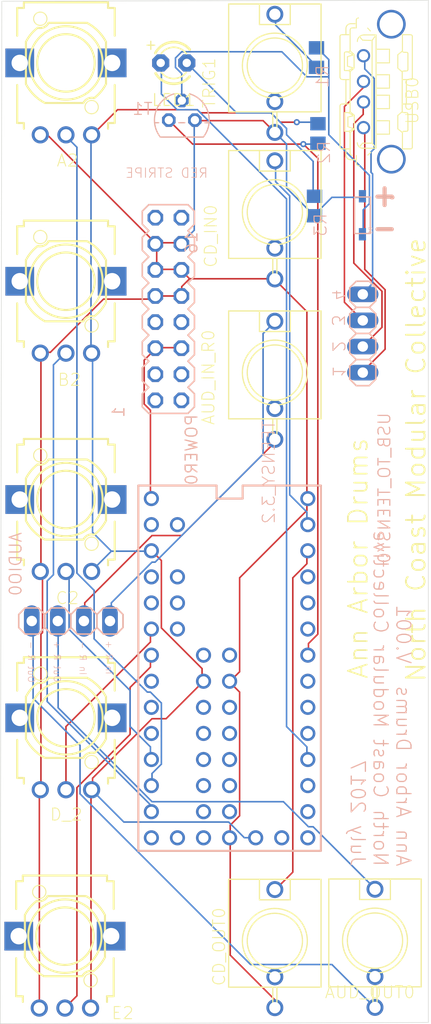
<source format=kicad_pcb>
(kicad_pcb (version 20221018) (generator pcbnew)
  (layers (0 "F.Cu" signal) (31 "B.Cu" signal) (34 "B.Paste" user) (35 "F.Paste" user) (36 "B.SilkS" user "B.Silkscreen") (37 "F.SilkS" user "F.Silkscreen") (38 "B.Mask" user) (39 "F.Mask" user) (44 "Edge.Cuts" user))
  (net 0 "")
  (net 1 "GND")
  (net 2 "AGND")
  (net 3 "AREF")
  (net 4 "VUSB")
  (net 5 "N$3")
  (net 6 "N$4")
  (net 7 "TRIG_1")
  (net 8 "IN_R_+")
  (net 9 "OUT_R_+")
  (net 10 "A2")
  (net 11 "D2")
  (net 12 "E2")
  (net 13 "B2")
  (net 14 "C2")
  (net 15 "3V3")
  (net 16 "VBAT")
  (net 17 "IN_R_-")
  (net 18 "OUT_R_-")
  (net 19 "N$38")
  (net 20 "N$39")
  (net 21 "N$40")
  (net 22 "N$41")
  (net 23 "CD_IN")
  (net 24 "CD_OUT")
  (net 25 "VCC")
  (net 26 "N$1")
  (net 27 "N$2")
  (footprint "A2 Drums:EVUFXL" (layer "F.Cu") (at 134.0511 82.542639)
    (fp_text reference "B2" (at -0.87656 9.593441) (layer "F.SilkS") (effects (font (size 1.176528 1.176528) (thickness 0.093472)) (justify left)))
    (fp_text value "US-EVUF2L" hide)
    (pad "1" thru_hole circle (at -2.5 7 270) (size 1.6764 1.6764) (drill 1.1) (layers "*.Cu" "*.Mask") (net 1 "GND"))
    (pad "2" thru_hole circle (at 0 7 270) (size 1.6764 1.6764) (drill 1.1) (layers "*.Cu" "*.Mask") (net 13 "B2"))
    (pad "3" thru_hole circle (at 2.5 7 270) (size 1.6764 1.6764) (drill 1.1) (layers "*.Cu" "*.Mask") (net 15 "3V3"))
    (pad "M1" thru_hole rect (at 4.5 0 270) (size 2.8 2.8) (drill 1.6) (layers "*.Cu" "*.Mask"))
    (pad "M2" thru_hole rect (at -4.5 0 270) (size 2.8 2.8) (drill 1.6) (layers "*.Cu" "*.Mask"))
  )
  (footprint "A2 Drums:WQP-PJ301M-12_JACK" (layer "F.Cu") (at 154.4011 146.75768)
    (fp_text reference "CD_OUT0" (at -4.7498 4.4704 90) (layer "F.SilkS") (effects (font (size 1.1684 1.1684) (thickness 0.1016)) (justify left bottom)))
    (fp_text value "WQP-PJ301M-12_JACK" hide)
    (pad "P$1" thru_hole circle (at 0 -5) (size 1.65 1.65) (drill 1.1) (layers "*.Cu" "*.Mask") (net 24 "CD_OUT"))
    (pad "P$2" thru_hole circle (at 0 3.5) (size 1.65 1.65) (drill 1.1) (layers "*.Cu" "*.Mask"))
    (pad "P$3" thru_hole circle (at 0 6.5) (size 1.65 1.65) (drill 1.1) (layers "*.Cu" "*.Mask") (net 1 "GND"))
  )
  (footprint "A2 Drums:EVUFXL" (layer "F.Cu") (at 134.0511 125.042639)
    (fp_text reference "D_2" (at -1.6284 9.410563) (layer "F.SilkS") (effects (font (size 1.176528 1.176528) (thickness 0.093472)) (justify left)))
    (fp_text value "US-EVUF2L" hide)
    (pad "1" thru_hole circle (at -2.5 7 270) (size 1.6764 1.6764) (drill 1.1) (layers "*.Cu" "*.Mask") (net 1 "GND"))
    (pad "2" thru_hole circle (at 0 7 270) (size 1.6764 1.6764) (drill 1.1) (layers "*.Cu" "*.Mask") (net 11 "D2"))
    (pad "3" thru_hole circle (at 2.5 7 270) (size 1.6764 1.6764) (drill 1.1) (layers "*.Cu" "*.Mask") (net 15 "3V3"))
    (pad "M1" thru_hole rect (at 4.5 0 270) (size 2.8 2.8) (drill 1.6) (layers "*.Cu" "*.Mask"))
    (pad "M2" thru_hole rect (at -4.5 0 270) (size 2.8 2.8) (drill 1.6) (layers "*.Cu" "*.Mask"))
  )
  (footprint "A2 Drums:LED3MM" (layer "F.Cu") (at 144.5511 61.292639)
    (fp_text reference "LED1" (at -2.2098 3.611882) (layer "F.SilkS") (effects (font (size 1.1557 1.1557) (thickness 0.1143)) (justify left)))
    (fp_text value "")
    (pad "A" thru_hole roundrect (at -1.27 0) (size 1.6764 1.6764) (drill 0.8128) (layers "*.Cu" "*.Mask") (chamfer_ratio 0.2928932188) (chamfer top_left top_right bottom_left bottom_right) (net 26 "N$1"))
    (pad "K" thru_hole roundrect (at 1.27 0) (size 1.6764 1.6764) (drill 0.8128) (layers "*.Cu" "*.Mask") (chamfer_ratio 0.2928932188) (chamfer top_left top_right bottom_left bottom_right) (net 27 "N$2"))
  )
  (footprint "A2 Drums:WQP-PJ301M-12_JACK" (layer "F.Cu") (at 154.4011 61.555921)
    (fp_text reference "TRIG1" (at -6.394441 -0.842 90) (layer "F.SilkS") (effects (font (size 1.176528 1.176528) (thickness 0.093472)) (justify right)))
    (fp_text value "WQP-PJ301M-12_JACK" hide)
    (pad "P$1" thru_hole circle (at 0 -5) (size 1.65 1.65) (drill 1.1) (layers "*.Cu" "*.Mask") (net 5 "N$3"))
    (pad "P$2" thru_hole circle (at 0 3.5) (size 1.65 1.65) (drill 1.1) (layers "*.Cu" "*.Mask"))
    (pad "P$3" thru_hole circle (at 0 6.5) (size 1.65 1.65) (drill 1.1) (layers "*.Cu" "*.Mask") (net 1 "GND"))
  )
  (footprint "A2 Drums:EVUFXL" (layer "F.Cu") (at 133.9511 146.292639)
    (fp_text reference "E2" (at 4.467596 7.490319) (layer "F.SilkS") (effects (font (size 1.176528 1.176528) (thickness 0.093472)) (justify left)))
    (fp_text value "US-EVUF2L" hide)
    (pad "1" thru_hole circle (at -2.5 7 270) (size 1.6764 1.6764) (drill 1.1) (layers "*.Cu" "*.Mask") (net 1 "GND"))
    (pad "2" thru_hole circle (at 0 7 270) (size 1.6764 1.6764) (drill 1.1) (layers "*.Cu" "*.Mask") (net 12 "E2"))
    (pad "3" thru_hole circle (at 2.5 7 270) (size 1.6764 1.6764) (drill 1.1) (layers "*.Cu" "*.Mask") (net 15 "3V3"))
    (pad "M1" thru_hole rect (at 4.5 0 270) (size 2.8 2.8) (drill 1.6) (layers "*.Cu" "*.Mask"))
    (pad "M2" thru_hole rect (at -4.5 0 270) (size 2.8 2.8) (drill 1.6) (layers "*.Cu" "*.Mask"))
  )
  (footprint "A2 Drums:WQP-PJ301M-12_JACK" (layer "F.Cu") (at 164.155978 146.727202)
    (fp_text reference "AUD_OUT0" (at 3.9624 5.024116) (layer "F.SilkS") (effects (font (size 1.176528 1.176528) (thickness 0.093472)) (justify right)))
    (fp_text value "WQP-PJ301M-12_JACK" hide)
    (pad "P$1" thru_hole circle (at 0 -5) (size 1.65 1.65) (drill 1.1) (layers "*.Cu" "*.Mask") (net 9 "OUT_R_+"))
    (pad "P$2" thru_hole circle (at 0 3.5) (size 1.65 1.65) (drill 1.1) (layers "*.Cu" "*.Mask"))
    (pad "P$3" thru_hole circle (at 0 6.5) (size 1.65 1.65) (drill 1.1) (layers "*.Cu" "*.Mask") (net 18 "OUT_R_-"))
  )
  (footprint "A2 Drums:WQP-PJ301M-12_JACK" (layer "F.Cu") (at 154.4011 91.436483)
    (fp_text reference "AUD_IN_R0" (at -6.475716 -4.255762 90) (layer "F.SilkS") (effects (font (size 1.176528 1.176528) (thickness 0.093472)) (justify right)))
    (fp_text value "WQP-PJ301M-12_JACK" hide)
    (pad "P$1" thru_hole circle (at 0 -5) (size 1.65 1.65) (drill 1.1) (layers "*.Cu" "*.Mask") (net 8 "IN_R_+"))
    (pad "P$2" thru_hole circle (at 0 3.5) (size 1.65 1.65) (drill 1.1) (layers "*.Cu" "*.Mask"))
    (pad "P$3" thru_hole circle (at 0 6.5) (size 1.65 1.65) (drill 1.1) (layers "*.Cu" "*.Mask") (net 17 "IN_R_-"))
  )
  (footprint "A2 Drums:WQP-PJ301M-12_JACK" (layer "F.Cu") (at 154.4011 75.820558)
    (fp_text reference "CD_IN0" (at -6.242044 -0.811519 90) (layer "F.SilkS") (effects (font (size 1.176528 1.176528) (thickness 0.093472)) (justify right)))
    (fp_text value "WQP-PJ301M-12_JACK" hide)
    (pad "P$1" thru_hole circle (at 0 -5) (size 1.65 1.65) (drill 1.1) (layers "*.Cu" "*.Mask") (net 23 "CD_IN"))
    (pad "P$2" thru_hole circle (at 0 3.5) (size 1.65 1.65) (drill 1.1) (layers "*.Cu" "*.Mask"))
    (pad "P$3" thru_hole circle (at 0 6.5) (size 1.65 1.65) (drill 1.1) (layers "*.Cu" "*.Mask") (net 1 "GND"))
  )
  (footprint "A2 Drums:EVUFXL" (layer "F.Cu") (at 134.0511 103.792639)
    (fp_text reference "C2" (at -1.069597 9.593441) (layer "F.SilkS") (effects (font (size 1.176528 1.176528) (thickness 0.093472)) (justify left)))
    (fp_text value "US-EVUF2L" hide)
    (pad "1" thru_hole circle (at -2.5 7 270) (size 1.6764 1.6764) (drill 1.1) (layers "*.Cu" "*.Mask") (net 1 "GND"))
    (pad "2" thru_hole circle (at 0 7 270) (size 1.6764 1.6764) (drill 1.1) (layers "*.Cu" "*.Mask") (net 14 "C2"))
    (pad "3" thru_hole circle (at 2.5 7 270) (size 1.6764 1.6764) (drill 1.1) (layers "*.Cu" "*.Mask") (net 15 "3V3"))
    (pad "M1" thru_hole rect (at 4.5 0 270) (size 2.8 2.8) (drill 1.6) (layers "*.Cu" "*.Mask"))
    (pad "M2" thru_hole rect (at -4.5 0 270) (size 2.8 2.8) (drill 1.6) (layers "*.Cu" "*.Mask"))
  )
  (footprint "A2 Drums:EVUFXL" (layer "F.Cu") (at 134.0511 61.292639)
    (fp_text reference "A2" (at -0.97816 9.502) (layer "F.SilkS") (effects (font (size 1.176528 1.176528) (thickness 0.093472)) (justify left)))
    (fp_text value "US-EVUF2L" hide)
    (pad "1" thru_hole circle (at -2.5 7 270) (size 1.6764 1.6764) (drill 1.1) (layers "*.Cu" "*.Mask") (net 1 "GND"))
    (pad "2" thru_hole circle (at 0 7 270) (size 1.6764 1.6764) (drill 1.1) (layers "*.Cu" "*.Mask") (net 10 "A2"))
    (pad "3" thru_hole circle (at 2.5 7 270) (size 1.6764 1.6764) (drill 1.1) (layers "*.Cu" "*.Mask") (net 15 "3V3"))
    (pad "M1" thru_hole rect (at 4.5 0 270) (size 2.8 2.8) (drill 1.6) (layers "*.Cu" "*.Mask"))
    (pad "M2" thru_hole rect (at -4.5 0 270) (size 2.8 2.8) (drill 1.6) (layers "*.Cu" "*.Mask"))
  )
  (footprint "A2 Drums:KUSBVX" (layer "F.Cu") (at 163.038378 64.092639 -90)
    (fp_text reference "USB0" (at -1.5364 -4.756918 90) (layer "F.SilkS") (effects (font (size 1.176528 1.176528) (thickness 0.093472)) (justify right)))
    (fp_text value "KUSBVX" hide)
    (pad "1" thru_hole circle (at 3.5 0 270) (size 1.3 1.3) (drill 0.9) (layers "*.Cu" "*.Mask") (net 19 "N$38"))
    (pad "2" thru_hole circle (at 1 0 270) (size 1.3 1.3) (drill 0.9) (layers "*.Cu" "*.Mask") (net 20 "N$39"))
    (pad "3" thru_hole circle (at -1 0 270) (size 1.3 1.3) (drill 0.9) (layers "*.Cu" "*.Mask") (net 21 "N$40"))
    (pad "4" thru_hole circle (at -3.5 0 270) (size 1.3 1.3) (drill 0.9) (layers "*.Cu" "*.Mask") (net 22 "N$41"))
    (pad "M1" thru_hole circle (at -6.57 -2.71 270) (size 2.8 2.8) (drill 2.3) (layers "*.Cu" "*.Mask"))
    (pad "M2" thru_hole circle (at 6.57 -2.71 270) (size 2.8 2.8) (drill 2.3) (layers "*.Cu" "*.Mask"))
  )
  (footprint "A2 Drums:TO92" (layer "B.Cu") (at 145.339659 66.859436 180)
    (fp_text reference "T1" (at 2.7686 1.0922) (layer "B.SilkS") (effects (font (size 1.1557 1.1557) (thickness 0.1143)) (justify left mirror)))
    (fp_text value "2N3904")
    (pad "1" thru_hole roundrect (at 1.27 0 180) (size 1.3208 1.3208) (drill 0.8128) (layers "*.Cu" "*.Mask") (chamfer_ratio 0.2928932188) (chamfer top_left top_right bottom_left bottom_right) (net 7 "TRIG_1"))
    (pad "2" thru_hole roundrect (at 0 1.905 180) (size 1.3208 1.3208) (drill 0.8128) (layers "*.Cu" "*.Mask") (chamfer_ratio 0.2928932188) (chamfer top_left top_right bottom_left bottom_right) (net 6 "N$4"))
    (pad "3" thru_hole roundrect (at -1.27 0 180) (size 1.3208 1.3208) (drill 0.8128) (layers "*.Cu" "*.Mask") (chamfer_ratio 0.2928932188) (chamfer top_left top_right bottom_left bottom_right) (net 1 "GND"))
  )
  (footprint "A2 Drums:TEENSY_3.0-3.2_ALL_PINS_&_PADS" (layer "B.Cu") (at 149.992937 120.209602 180)
    (fp_text reference "TEENSY_3.2" (at -3.81 13.97 270) (layer "B.SilkS") (effects (font (size 1.176528 1.176528) (thickness 0.093472)) (justify right mirror)))
    (fp_text value "TEENSY_3.1-3.2_ALL_PINS&PADS" hide)
    (pad "0" thru_hole circle (at -7.62 13.97 180) (size 1.4732 1.4732) (drill 0.9652) (layers "*.Cu" "*.Mask") (net 23 "CD_IN"))
    (pad "1" thru_hole circle (at -7.62 11.43 180) (size 1.4732 1.4732) (drill 0.9652) (layers "*.Cu" "*.Mask") (net 24 "CD_OUT"))
    (pad "2" thru_hole circle (at -7.62 8.89 180) (size 1.4732 1.4732) (drill 0.9652) (layers "*.Cu" "*.Mask"))
    (pad "3" thru_hole circle (at -7.62 6.35 180) (size 1.4732 1.4732) (drill 0.9652) (layers "*.Cu" "*.Mask"))
    (pad "3.3V" thru_hole circle (at 7.62 11.43 180) (size 1.4732 1.4732) (drill 0.9652) (layers "*.Cu" "*.Mask") (net 15 "3V3"))
    (pad "3.3V1" thru_hole circle (at -2.54 -16.51 180) (size 1.4732 1.4732) (drill 0.9652) (layers "*.Cu" "*.Mask") (net 15 "3V3"))
    (pad "3.3V2" thru_hole circle (at 2.54 -1.27 180) (size 1.4732 1.4732) (drill 0.9652) (layers "*.Cu" "*.Mask") (net 15 "3V3"))
    (pad "4" thru_hole circle (at -7.62 3.81 180) (size 1.4732 1.4732) (drill 0.9652) (layers "*.Cu" "*.Mask"))
    (pad "5" thru_hole circle (at -7.62 1.27 180) (size 1.4732 1.4732) (drill 0.9652) (layers "*.Cu" "*.Mask") (net 7 "TRIG_1"))
    (pad "6" thru_hole circle (at -7.62 -1.27 180) (size 1.4732 1.4732) (drill 0.9652) (layers "*.Cu" "*.Mask"))
    (pad "7" thru_hole circle (at -7.62 -3.81 180) (size 1.4732 1.4732) (drill 0.9652) (layers "*.Cu" "*.Mask"))
    (pad "8" thru_hole circle (at -7.62 -6.35 180) (size 1.4732 1.4732) (drill 0.9652) (layers "*.Cu" "*.Mask"))
    (pad "9" thru_hole circle (at -7.62 -8.89 180) (size 1.4732 1.4732) (drill 0.9652) (layers "*.Cu" "*.Mask") (net 26 "N$1"))
    (pad "10" thru_hole circle (at -7.62 -11.43 180) (size 1.4732 1.4732) (drill 0.9652) (layers "*.Cu" "*.Mask"))
    (pad "11" thru_hole circle (at -7.62 -13.97 180) (size 1.4732 1.4732) (drill 0.9652) (layers "*.Cu" "*.Mask"))
    (pad "12" thru_hole circle (at -7.62 -16.51 180) (size 1.4732 1.4732) (drill 0.9652) (layers "*.Cu" "*.Mask"))
    (pad "13" thru_hole circle (at 7.62 -16.51 180) (size 1.4732 1.4732) (drill 0.9652) (layers "*.Cu" "*.Mask"))
    (pad "14/A0" thru_hole circle (at 7.62 -13.97 180) (size 1.4732 1.4732) (drill 0.9652) (layers "*.Cu" "*.Mask") (net 13 "B2"))
    (pad "15/A1" thru_hole circle (at 7.62 -11.43 180) (size 1.4732 1.4732) (drill 0.9652) (layers "*.Cu" "*.Mask") (net 10 "A2"))
    (pad "16/A2" thru_hole circle (at 7.62 -8.89 180) (size 1.4732 1.4732) (drill 0.9652) (layers "*.Cu" "*.Mask") (net 14 "C2"))
    (pad "17/A3" thru_hole circle (at 7.62 -6.35 180) (size 1.4732 1.4732) (drill 0.9652) (layers "*.Cu" "*.Mask"))
    (pad "18/A4" thru_hole circle (at 7.62 -3.81 180) (size 1.4732 1.4732) (drill 0.9652) (layers "*.Cu" "*.Mask"))
    (pad "19/A5" thru_hole circle (at 7.62 -1.27 180) (size 1.4732 1.4732) (drill 0.9652) (layers "*.Cu" "*.Mask"))
    (pad "20/A6" thru_hole circle (at 7.62 1.27 180) (size 1.4732 1.4732) (drill 0.9652) (layers "*.Cu" "*.Mask") (net 12 "E2"))
    (pad "21/A7" thru_hole circle (at 7.62 3.81 180) (size 1.4732 1.4732) (drill 0.9652) (layers "*.Cu" "*.Mask") (net 11 "D2"))
    (pad "22/A8" thru_hole circle (at 7.62 6.35 180) (size 1.4732 1.4732) (drill 0.9652) (layers "*.Cu" "*.Mask"))
    (pad "23/A9" thru_hole circle (at 7.62 8.89 180) (size 1.4732 1.4732) (drill 0.9652) (layers "*.Cu" "*.Mask"))
    (pad "24" thru_hole circle (at 0 -3.81 180) (size 1.4732 1.4732) (drill 0.9652) (layers "*.Cu" "*.Mask"))
    (pad "25" thru_hole circle (at 0 -6.35 180) (size 1.4732 1.4732) (drill 0.9652) (layers "*.Cu" "*.Mask"))
    (pad "26" thru_hole circle (at 0 -8.89 180) (size 1.4732 1.4732) (drill 0.9652) (layers "*.Cu" "*.Mask"))
    (pad "27" thru_hole circle (at 0 -11.43 180) (size 1.4732 1.4732) (drill 0.9652) (layers "*.Cu" "*.Mask"))
    (pad "28" thru_hole circle (at 0 -13.97 180) (size 1.4732 1.4732) (drill 0.9652) (layers "*.Cu" "*.Mask"))
    (pad "29" thru_hole circle (at 2.54 -13.97 180) (size 1.4732 1.4732) (drill 0.9652) (layers "*.Cu" "*.Mask"))
    (pad "30" thru_hole circle (at 2.54 -11.43 180) (size 1.4732 1.4732) (drill 0.9652) (layers "*.Cu" "*.Mask"))
    (pad "31" thru_hole circle (at 2.54 -8.89 180) (size 1.4732 1.4732) (drill 0.9652) (layers "*.Cu" "*.Mask"))
    (pad "32" thru_hole circle (at 2.54 -6.35 180) (size 1.4732 1.4732) (drill 0.9652) (layers "*.Cu" "*.Mask"))
    (pad "33" thru_hole circle (at 2.54 -3.81 180) (size 1.4732 1.4732) (drill 0.9652) (layers "*.Cu" "*.Mask"))
    (pad "A10" thru_hole circle (at 5.08 6.35 180) (size 1.4732 1.4732) (drill 0.9652) (layers "*.Cu" "*.Mask"))
    (pad "A11" thru_hole circle (at 5.08 3.81 180) (size 1.4732 1.4732) (drill 0.9652) (layers "*.Cu" "*.Mask"))
    (pad "A12" thru_hole circle (at 0 1.27 180) (size 1.4732 1.4732) (drill 0.9652) (layers "*.Cu" "*.Mask"))
    (pad "A13" thru_hole circle (at 2.54 1.27 180) (size 1.4732 1.4732) (drill 0.9652) (layers "*.Cu" "*.Mask"))
    (pad "AGND" thru_hole circle (at 7.62 13.97 180) (size 1.4732 1.4732) (drill 0.9652) (layers "*.Cu" "*.Mask") (net 2 "AGND"))
    (pad "AREF" thru_hole circle (at 5.08 8.89 180) (size 1.4732 1.4732) (drill 0.9652) (layers "*.Cu" "*.Mask") (net 3 "AREF"))
    (pad "GND" thru_hole circle (at -7.62 16.51 180) (size 1.4732 1.4732) (drill 0.9652) (layers "*.Cu" "*.Mask") (net 1 "GND"))
    (pad "GND1" thru_hole circle (at 0 -16.51 180) (size 1.4732 1.4732) (drill 0.9652) (layers "*.Cu" "*.Mask") (net 1 "GND"))
    (pad "GND2" thru_hole circle (at 0 -1.27 180) (size 1.4732 1.4732) (drill 0.9652) (layers "*.Cu" "*.Mask") (net 1 "GND"))
    (pad "PGM" thru_hole circle (at 2.54 -16.51 180) (size 1.4732 1.4732) (drill 0.9652) (layers "*.Cu" "*.Mask"))
    (pad "RESET/DAC" thru_hole circle (at 5.08 -16.51 180) (size 1.4732 1.4732) (drill 0.9652) (layers "*.Cu" "*.Mask"))
    (pad "VBAT" thru_hole circle (at -5.08 -16.51 180) (size 1.4732 1.4732) (drill 0.9652) (layers "*.Cu" "*.Mask") (net 16 "VBAT"))
    (pad "VIN" thru_hole circle (at 7.62 16.51 180) (size 1.4732 1.4732) (drill 0.9652) (layers "*.Cu" "*.Mask") (net 25 "VCC"))
    (pad "VUSB" thru_hole circle (at 5.08 13.97 180) (size 1.4732 1.4732) (drill 0.9652) (layers "*.Cu" "*.Mask") (net 4 "VUSB"))
  )
  (footprint "A2 Drums:R0805" (layer "B.Cu") (at 158.263184 75.221114 90)
    (fp_text reference "R3" (at -0.635 1.27 270) (layer "B.SilkS") (effects (font (size 1.1684 1.1684) (thickness 0.1016)) (justify left bottom mirror)))
    (fp_text value "330")
    (pad "1" smd rect (at -0.95 0 90) (size 1.3 1.5) (layers "B.Cu" "B.Paste" "B.Mask") (net 1 "GND"))
    (pad "2" smd rect (at 0.95 0 90) (size 1.3 1.5) (layers "B.Cu" "B.Paste" "B.Mask") (net 27 "N$2"))
  )
  (footprint "A2 Drums:1X04" (layer "B.Cu") (at 162.967256 87.626477 90)
    (fp_text reference "USB_TO_TEENSY0" (at -7.625078 2.103119 90) (layer "B.SilkS") (effects (font (size 1.1557 1.1557) (thickness 0.1143)) (justify left mirror)))
    (fp_text value "")
    (pad "1" thru_hole oval (at -3.81 0) (size 3.048 1.524) (drill 1.016) (layers "*.Cu" "*.Mask") (net 19 "N$38"))
    (pad "2" thru_hole oval (at -1.27 0) (size 3.048 1.524) (drill 1.016) (layers "*.Cu" "*.Mask") (net 20 "N$39"))
    (pad "3" thru_hole oval (at 1.27 0) (size 3.048 1.524) (drill 1.016) (layers "*.Cu" "*.Mask") (net 21 "N$40"))
    (pad "4" thru_hole oval (at 3.81 0) (size 3.048 1.524) (drill 1.016) (layers "*.Cu" "*.Mask") (net 22 "N$41"))
  )
  (footprint "A2 Drums:R0805" (layer "B.Cu") (at 158.598459 68.159921 90)
    (fp_text reference "R2" (at -0.635 1.27 270) (layer "B.SilkS") (effects (font (size 1.1684 1.1684) (thickness 0.1016)) (justify left bottom mirror)))
    (fp_text value "10k")
    (pad "1" smd rect (at -0.95 0 90) (size 1.3 1.5) (layers "B.Cu" "B.Paste" "B.Mask") (net 7 "TRIG_1"))
    (pad "2" smd rect (at 0.95 0 90) (size 1.3 1.5) (layers "B.Cu" "B.Paste" "B.Mask") (net 15 "3V3"))
  )
  (footprint "A2 Drums:1X04" (layer "B.Cu") (at 134.529425 115.617277 180)
    (fp_text reference "AUDIO0" (at 5.384804 2.352044 270) (layer "B.SilkS") (effects (font (size 1.1557 1.1557) (thickness 0.1143)) (justify right mirror)))
    (fp_text value "")
    (pad "1" thru_hole oval (at -3.81 0 90) (size 3.048 1.524) (drill 1.016) (layers "*.Cu" "*.Mask") (net 8 "IN_R_+"))
    (pad "2" thru_hole oval (at -1.27 0 90) (size 3.048 1.524) (drill 1.016) (layers "*.Cu" "*.Mask") (net 17 "IN_R_-"))
    (pad "3" thru_hole oval (at 1.27 0 90) (size 3.048 1.524) (drill 1.016) (layers "*.Cu" "*.Mask") (net 9 "OUT_R_+"))
    (pad "4" thru_hole oval (at 3.81 0 90) (size 3.048 1.524) (drill 1.016) (layers "*.Cu" "*.Mask") (net 18 "OUT_R_-"))
  )
  (footprint "A2 Drums:R0805" (layer "B.Cu") (at 158.456228 60.773602 90)
    (fp_text reference "R1" (at -0.635 1.27 270) (layer "B.SilkS") (effects (font (size 1.1684 1.1684) (thickness 0.1016)) (justify left bottom mirror)))
    (fp_text value "100k")
    (pad "1" smd rect (at -0.95 0 90) (size 1.3 1.5) (layers "B.Cu" "B.Paste" "B.Mask") (net 5 "N$3"))
    (pad "2" smd rect (at 0.95 0 90) (size 1.3 1.5) (layers "B.Cu" "B.Paste" "B.Mask") (net 6 "N$4"))
  )
  (footprint "A2 Drums:MA08-2" (layer "B.Cu") (at 144.029025 85.249039 90)
    (fp_text reference "POWER0" (at -10.16 2.921 270) (layer "B.SilkS") (effects (font (size 1.143 1.143) (thickness 0.127)) (justify left bottom mirror)))
    (fp_text value "")
    (fp_text user "1" (at -9.398 -4.191 270) (layer "B.SilkS") (effects (font (size 1.143 1.143) (thickness 0.127)) (justify left bottom mirror)))
    (fp_text user "16" (at 7.62 2.921 270) (layer "B.SilkS") (effects (font (size 1.143 1.143) (thickness 0.127)) (justify left bottom mirror)))
    (pad "1" thru_hole roundrect (at -8.89 -1.27 90) (size 1.524 1.524) (drill 1.016) (layers "*.Cu" "*.Mask") (chamfer_ratio 0.2928932188) (chamfer top_left top_right bottom_left bottom_right))
    (pad "2" thru_hole roundrect (at -8.89 1.27 90) (size 1.524 1.524) (drill 1.016) (layers "*.Cu" "*.Mask") (chamfer_ratio 0.2928932188) (chamfer top_left top_right bottom_left bottom_right))
    (pad "3" thru_hole roundrect (at -6.35 -1.27 90) (size 1.524 1.524) (drill 1.016) (layers "*.Cu" "*.Mask") (chamfer_ratio 0.2928932188) (chamfer top_left top_right bottom_left bottom_right))
    (pad "4" thru_hole roundrect (at -6.35 1.27 90) (size 1.524 1.524) (drill 1.016) (layers "*.Cu" "*.Mask") (chamfer_ratio 0.2928932188) (chamfer top_left top_right bottom_left bottom_right))
    (pad "5" thru_hole roundrect (at -3.81 -1.27 90) (size 1.524 1.524) (drill 1.016) (layers "*.Cu" "*.Mask") (chamfer_ratio 0.2928932188) (chamfer top_left top_right bottom_left bottom_right) (net 25 "VCC"))
    (pad "6" thru_hole roundrect (at -3.81 1.27 90) (size 1.524 1.524) (drill 1.016) (layers "*.Cu" "*.Mask") (chamfer_ratio 0.2928932188) (chamfer top_left top_right bottom_left bottom_right) (net 25 "VCC"))
    (pad "7" thru_hole roundrect (at -1.27 -1.27 90) (size 1.524 1.524) (drill 1.016) (layers "*.Cu" "*.Mask") (chamfer_ratio 0.2928932188) (chamfer top_left top_right bottom_left bottom_right))
    (pad "8" thru_hole roundrect (at -1.27 1.27 90) (size 1.524 1.524) (drill 1.016) (layers "*.Cu" "*.Mask") (chamfer_ratio 0.2928932188) (chamfer top_left top_right bottom_left bottom_right))
    (pad "9" thru_hole roundrect (at 1.27 -1.27 90) (size 1.524 1.524) (drill 1.016) (layers "*.Cu" "*.Mask") (chamfer_ratio 0.2928932188) (chamfer top_left top_right bottom_left bottom_right) (net 1 "GND"))
    (pad "10" thru_hole roundrect (at 1.27 1.27 90) (size 1.524 1.524) (drill 1.016) (layers "*.Cu" "*.Mask") (chamfer_ratio 0.2928932188) (chamfer top_left top_right bottom_left bottom_right) (net 1 "GND"))
    (pad "11" thru_hole roundrect (at 3.81 -1.27 90) (size 1.524 1.524) (drill 1.016) (layers "*.Cu" "*.Mask") (chamfer_ratio 0.2928932188) (chamfer top_left top_right bottom_left bottom_right) (net 1 "GND"))
    (pad "12" thru_hole roundrect (at 3.81 1.27 90) (size 1.524 1.524) (drill 1.016) (layers "*.Cu" "*.Mask") (chamfer_ratio 0.2928932188) (chamfer top_left top_right bottom_left bottom_right) (net 1 "GND"))
    (pad "13" thru_hole roundrect (at 6.35 -1.27 90) (size 1.524 1.524) (drill 1.016) (layers "*.Cu" "*.Mask") (chamfer_ratio 0.2928932188) (chamfer top_left top_right bottom_left bottom_right) (net 1 "GND"))
    (pad "14" thru_hole roundrect (at 6.35 1.27 90) (size 1.524 1.524) (drill 1.016) (layers "*.Cu" "*.Mask") (chamfer_ratio 0.2928932188) (chamfer top_left top_right bottom_left bottom_right) (net 1 "GND"))
    (pad "15" thru_hole roundrect (at 8.89 -1.27 90) (size 1.524 1.524) (drill 1.016) (layers "*.Cu" "*.Mask") (chamfer_ratio 0.2928932188) (chamfer top_left top_right bottom_left bottom_right))
    (pad "16" thru_hole roundrect (at 8.89 1.27 90) (size 1.524 1.524) (drill 1.016) (layers "*.Cu" "*.Mask") (chamfer_ratio 0.2928932188) (chamfer top_left top_right bottom_left bottom_right))
  )
  (footprint "A2 Drums:SOD-123" (layer "B.Cu") (at 162.931703 76.12028 90)
    (fp_text reference "D1" (at -1.1 1 270) (layer "B.SilkS") (effects (font (size 0.373888 0.373888) (thickness 0.032512)) (justify left bottom mirror)))
    (fp_text value "")
    (pad "A" smd rect (at 1.85 0 90) (size 1.2 0.7) (layers "B.Cu" "B.Paste" "B.Mask") (net 1 "GND"))
    (pad "C" smd rect (at -1.85 0 90) (size 1.2 0.7) (layers "B.Cu" "B.Paste" "B.Mask") (net 6 "N$4"))
  )
  (gr_line (start 164.399818 74.306721) (end 165.79174 74.306721) (stroke (width 0.4064)) (layer "B.SilkS"))
  (gr_line (start 165.0907 73.493921) (end 165.0907 75.12968) (stroke (width 0.4064)) (layer "B.SilkS"))
  (gr_line (start 165.79174 74.377839) (end 165.8527 74.377839) (stroke (width 0.4064)) (layer "B.SilkS"))
  (gr_line (start 165.79174 74.306721) (end 165.79174 74.377839) (stroke (width 0.4064)) (layer "B.SilkS"))
  (gr_line (start 164.399818 77.476639) (end 165.79174 77.476639) (stroke (width 0.4064)) (layer "B.SilkS"))
  (gr_line (start 169.3511 154.692639) (end 169.3511 55.192639) (stroke (width 0.05)) (layer "Edge.Cuts"))
  (gr_line (start 127.8035 55.287039) (end 127.6511 154.81456) (stroke (width 0.05)) (layer "Edge.Cuts"))
  (gr_line (start 169.3511 55.192639) (end 127.8035 55.287039) (stroke (width 0.05)) (layer "Edge.Cuts"))
  (gr_line (start 127.6511 154.81456) (end 169.3511 154.692639) (stroke (width 0.05)) (layer "Edge.Cuts"))
  (gr_text "Out R +" (at 133.564218 117.49688 -90) (layer "B.SilkS") (effects (font (size 0.644 0.644) (thickness 0.056)) (justify right top mirror)))
  (gr_text "Ann Arbor Drums  V.001\nNorth Coast Modular Collective\nJuly 2017" (at 161.666778 139.594883 -90) (layer "B.SilkS") (effects (font (size 1.38 1.38) (thickness 0.12)) (justify left bottom mirror)))
  (gr_text "1" (at 159.939578 91.954636 -90) (layer "B.SilkS") (effects (font (size 1.1684 1.1684) (thickness 0.1016)) (justify left bottom mirror)))
  (gr_text "In R +" (at 138.6239 117.476561 -90) (layer "B.SilkS") (effects (font (size 0.644 0.644) (thickness 0.056)) (justify right top mirror)))
  (gr_text "2" (at 161.2807 88.266558 -90) (layer "B.SilkS") (effects (font (size 1.1684 1.1684) (thickness 0.1016)) (justify right top mirror)))
  (gr_text "In R -" (at 136.07374 117.537521 -90) (layer "B.SilkS") (effects (font (size 0.644 0.644) (thickness 0.056)) (justify right top mirror)))
  (gr_text "Out R -" (at 131.0547 117.537521 -90) (layer "B.SilkS") (effects (font (size 0.644 0.644) (thickness 0.056)) (justify right top mirror)))
  (gr_text "4" (at 161.250218 83.267836 -90) (layer "B.SilkS") (effects (font (size 1.1684 1.1684) (thickness 0.1016)) (justify right top mirror)))
  (gr_text "3" (at 161.2299 85.726558 -90) (layer "B.SilkS") (effects (font (size 1.1684 1.1684) (thickness 0.1016)) (justify right top mirror)))
  (gr_text "RED STRIPE" (at 147.940618 72.549039) (layer "B.SilkS") (effects (font (size 0.92 0.92) (thickness 0.08)) (justify left bottom mirror)))
  (gr_text "Ann Arbor Drums" (at 163.587015 121.35768 90) (layer "F.SilkS") (effects (font (size 1.84 1.84) (thickness 0.16)) (justify left bottom)))
  (gr_text "North Coast Modular Collective" (at 169.220762 121.672652 90) (layer "F.SilkS") (effects (font (size 1.82 1.82) (thickness 0.18)) (justify left bottom)))
  (segment (start 142.7387 78.797439) (end 142.759025 78.899039) (width 0.1524) (layer "F.Cu") (net 1))
  (segment (start 145.1771 81.388239) (end 142.8911 81.388239) (width 0.1524) (layer "F.Cu") (net 1))
  (segment (start 145.1771 78.797439) (end 142.8911 78.797439) (width 0.1524) (layer "F.Cu") (net 1))
  (segment (start 145.3295 83.064639) (end 145.3295 83.979039) (width 0.1524) (layer "F.Cu") (net 1))
  (segment (start 145.1771 81.388239) (end 145.299025 81.439039) (width 0.1524) (layer "F.Cu") (net 1))
  (segment (start 145.3295 83.979039) (end 145.299025 83.979039) (width 0.1524) (layer "F.Cu") (net 1))
  (segment (start 142.8911 78.797439) (end 142.759025 78.899039) (width 0.1524) (layer "F.Cu") (net 1))
  (segment (start 131.6135 131.985039) (end 131.5511 132.042639) (width 0.1524) (layer "F.Cu") (net 1))
  (segment (start 157.5215 103.638639) (end 157.612937 103.699602) (width 0.1524) (layer "F.Cu") (net 1))
  (segment (start 154.3211 67.977039) (end 154.4011 68.055921) (width 0.1524) (layer "F.Cu") (net 1))
  (segment (start 131.4611 132.137439) (end 131.5511 132.042639) (width 0.1524) (layer "F.Cu") (net 1))
  (segment (start 150.0539 135.490239) (end 150.0539 136.709439) (width 0.1524) (layer "F.Cu") (net 1))
  (segment (start 150.0539 136.709439) (end 149.992937 136.719602) (width 0.1524) (layer "F.Cu") (net 1))
  (segment (start 142.7387 78.797439) (end 132.3755 68.434239) (width 0.1524) (layer "F.Cu") (net 1))
  (segment (start 145.1771 78.797439) (end 145.299025 78.899039) (width 0.1524) (layer "F.Cu") (net 1))
  (segment (start 150.0539 121.469439) (end 150.9683 120.555039) (width 0.1524) (layer "F.Cu") (net 1))
  (segment (start 131.6135 116.897439) (end 131.6135 131.985039) (width 0.1524) (layer "F.Cu") (net 1))
  (segment (start 131.4611 153.168639) (end 131.4511 153.292639) (width 0.1524) (layer "F.Cu") (net 1))
  (segment (start 131.4611 132.137439) (end 131.4611 153.168639) (width 0.1524) (layer "F.Cu") (net 1))
  (segment (start 132.3755 68.434239) (end 131.6135 68.434239) (width 0.1524) (layer "F.Cu") (net 1))
  (segment (start 146.7011 66.910239) (end 146.609659 66.859436) (width 0.1524) (layer "F.Cu") (net 1))
  (segment (start 145.3295 81.540639) (end 145.299025 81.439039) (width 0.1524) (layer "F.Cu") (net 1))
  (segment (start 154.3211 152.406639) (end 154.3211 153.168639) (width 0.1524) (layer "F.Cu") (net 1))
  (segment (start 142.4339 84.283839) (end 137.7095 84.283839) (width 0.1524) (layer "F.Cu") (net 1))
  (segment (start 157.5215 85.503039) (end 157.5215 103.638639) (width 0.1524) (layer "F.Cu") (net 1))
  (segment (start 150.9683 120.555039) (end 150.9683 111.411039) (width 0.1524) (layer "F.Cu") (net 1))
  (segment (start 157.5215 104.857839) (end 157.5215 103.791039) (width 0.1524) (layer "F.Cu") (net 1))
  (segment (start 150.0539 121.469439) (end 149.992937 121.479602) (width 0.1524) (layer "F.Cu") (net 1))
  (segment (start 150.0539 148.139439) (end 154.3211 152.406639) (width 0.1524) (layer "F.Cu") (net 1))
  (segment (start 154.3211 67.977039) (end 153.2543 66.910239) (width 0.1524) (layer "F.Cu") (net 1))
  (segment (start 154.3211 153.168639) (end 154.4011 153.25768) (width 0.1524) (layer "F.Cu") (net 1))
  (segment (start 131.6135 110.801439) (end 131.5511 110.792639) (width 0.1524) (layer "F.Cu") (net 1))
  (segment (start 131.6135 89.465439) (end 131.5511 89.542639) (width 0.1524) (layer "F.Cu") (net 1))
  (segment (start 142.8911 81.388239) (end 142.759025 81.439039) (width 0.1524) (layer "F.Cu") (net 1))
  (segment (start 146.0915 82.302639) (end 145.3295 83.064639) (width 0.1524) (layer "F.Cu") (net 1))
  (segment (start 131.6135 110.801439) (end 131.7659 110.953839) (width 0.1524) (layer "F.Cu") (net 1))
  (segment (start 150.0539 121.621839) (end 149.992937 121.479602) (width 0.1524) (layer "F.Cu") (net 1))
  (segment (start 142.8911 78.949839) (end 142.759025 78.899039) (width 0.1524) (layer "F.Cu") (net 1))
  (segment (start 131.6135 110.649039) (end 131.5511 110.792639) (width 0.1524) (layer "F.Cu") (net 1))
  (segment (start 131.6135 89.617839) (end 131.6135 110.649039) (width 0.1524) (layer "F.Cu") (net 1))
  (segment (start 131.6135 89.617839) (end 131.5511 89.542639) (width 0.1524) (layer "F.Cu") (net 1))
  (segment (start 132.5279 89.465439) (end 131.6135 89.465439) (width 0.1524) (layer "F.Cu") (net 1))
  (segment (start 145.299025 83.979039) (end 142.759025 83.979039) (width 0.1524) (layer "F.Cu") (net 1))
  (segment (start 150.9683 122.536239) (end 150.9683 134.575839) (width 0.1524) (layer "F.Cu") (net 1))
  (segment (start 142.7387 83.979039) (end 142.4339 84.283839) (width 0.1524) (layer "F.Cu") (net 1))
  (segment (start 137.7095 84.283839) (end 132.5279 89.465439) (width 0.1524) (layer "F.Cu") (net 1))
  (segment (start 150.0539 136.861839) (end 149.992937 136.719602) (width 0.1524) (layer "F.Cu") (net 1))
  (segment (start 142.8911 78.949839) (end 142.8911 81.388239) (width 0.1524) (layer "F.Cu") (net 1))
  (segment (start 154.4735 82.455039) (end 154.4011 82.320558) (width 0.1524) (layer "F.Cu") (net 1))
  (segment (start 154.3211 82.302639) (end 154.4011 82.320558) (width 0.1524) (layer "F.Cu") (net 1))
  (segment (start 150.9683 111.411039) (end 157.5215 104.857839) (width 0.1524) (layer "F.Cu") (net 1))
  (segment (start 153.2543 66.910239) (end 146.7011 66.910239) (width 0.1524) (layer "F.Cu") (net 1))
  (segment (start 157.5215 103.791039) (end 157.612937 103.699602) (width 0.1524) (layer "F.Cu") (net 1))
  (segment (start 154.4735 82.455039) (end 157.5215 85.503039) (width 0.1524) (layer "F.Cu") (net 1))
  (segment (start 142.7387 83.979039) (end 142.759025 83.979039) (width 0.1524) (layer "F.Cu") (net 1))
  (segment (start 131.7659 116.745039) (end 131.6135 116.897439) (width 0.1524) (layer "F.Cu") (net 1))
  (segment (start 150.9683 134.575839) (end 150.0539 135.490239) (width 0.1524) (layer "F.Cu") (net 1))
  (segment (start 145.3295 81.540639) (end 146.0915 82.302639) (width 0.1524) (layer "F.Cu") (net 1))
  (segment (start 146.0915 82.302639) (end 154.3211 82.302639) (width 0.1524) (layer "F.Cu") (net 1))
  (segment (start 131.6135 68.434239) (end 131.5511 68.292639) (width 0.1524) (layer "F.Cu") (net 1))
  (segment (start 150.0539 136.861839) (end 150.0539 148.139439) (width 0.1524) (layer "F.Cu") (net 1))
  (segment (start 150.0539 121.621839) (end 150.9683 122.536239) (width 0.1524) (layer "F.Cu") (net 1))
  (segment (start 131.7659 110.953839) (end 131.7659 116.745039) (width 0.1524) (layer "F.Cu") (net 1))
  (segment (start 145.3295 78.797439) (end 146.5487 77.578239) (width 0.1524) (layer "B.Cu") (net 1))
  (segment (start 158.1311 76.054239) (end 158.263184 76.171114) (width 0.1524) (layer "B.Cu") (net 1))
  (segment (start 154.4735 68.129439) (end 154.4011 68.055921) (width 0.1524) (layer "B.Cu") (net 1))
  (segment (start 158.2835 76.054239) (end 159.9599 74.377839) (width 0.1524) (layer "B.Cu") (net 1))
  (segment (start 162.8555 74.377839) (end 162.931703 74.27028) (width 0.1524) (layer "B.Cu") (net 1))
  (segment (start 155.5403 73.463439) (end 158.1311 76.054239) (width 0.1524) (layer "B.Cu") (net 1))
  (segment (start 146.5487 77.578239) (end 146.5487 66.910239) (width 0.1524) (layer "B.Cu") (net 1))
  (segment (start 158.2835 76.054239) (end 158.263184 76.171114) (width 0.1524) (layer "B.Cu") (net 1))
  (segment (start 154.4735 68.129439) (end 155.5403 69.196239) (width 0.1524) (layer "B.Cu") (net 1))
  (segment (start 146.5487 66.910239) (end 146.609659 66.859436) (width 0.1524) (layer "B.Cu") (net 1))
  (segment (start 159.9599 74.377839) (end 162.8555 74.377839) (width 0.1524) (layer "B.Cu") (net 1))
  (segment (start 155.5403 69.196239) (end 155.5403 73.463439) (width 0.1524) (layer "B.Cu") (net 1))
  (segment (start 145.3295 78.797439) (end 145.299025 78.899039) (width 0.1524) (layer "B.Cu") (net 1))
  (segment (start 158.4359 61.576239) (end 158.456228 61.723602) (width 0.1524) (layer "B.Cu") (net 5))
  (segment (start 154.4735 56.699439) (end 154.4735 57.613839) (width 0.1524) (layer "B.Cu") (net 5))
  (segment (start 154.4735 57.613839) (end 158.4359 61.576239) (width 0.1524) (layer "B.Cu") (net 5))
  (segment (start 154.4735 56.699439) (end 154.4011 56.555921) (width 0.1524) (layer "B.Cu") (net 5))
  (segment (start 163.0079 75.597039) (end 163.0079 77.883039) (width 0.1524) (layer "B.Cu") (net 6))
  (segment (start 157.5215 62.643039) (end 155.0831 60.204639) (width 0.1524) (layer "B.Cu") (net 6))
  (segment (start 145.3295 64.929039) (end 145.339659 64.954436) (width 0.1524) (layer "B.Cu") (net 6))
  (segment (start 158.5883 59.899839) (end 158.456228 59.823602) (width 0.1524) (layer "B.Cu") (net 6))
  (segment (start 158.5883 59.899839) (end 159.6551 60.966639) (width 0.1524) (layer "B.Cu") (net 6))
  (segment (start 144.7199 60.814239) (end 144.7199 61.728639) (width 0.1524) (layer "B.Cu") (net 6))
  (segment (start 159.6551 68.281839) (end 163.6175 72.244239) (width 0.1524) (layer "B.Cu") (net 6))
  (segment (start 155.0831 60.204639) (end 145.3295 60.204639) (width 0.1524) (layer "B.Cu") (net 6))
  (segment (start 159.6551 62.643039) (end 157.5215 62.643039) (width 0.1524) (layer "B.Cu") (net 6))
  (segment (start 145.3295 60.204639) (end 144.7199 60.814239) (width 0.1524) (layer "B.Cu") (net 6))
  (segment (start 163.6175 74.987439) (end 163.0079 75.597039) (width 0.1524) (layer "B.Cu") (net 6))
  (segment (start 144.7199 61.728639) (end 145.3295 62.338239) (width 0.1524) (layer "B.Cu") (net 6))
  (segment (start 163.6175 72.244239) (end 163.6175 74.987439) (width 0.1524) (layer "B.Cu") (net 6))
  (segment (start 145.3295 62.338239) (end 145.3295 64.929039) (width 0.1524) (layer "B.Cu") (net 6))
  (segment (start 163.0079 77.883039) (end 162.931703 77.97028) (width 0.1524) (layer "B.Cu") (net 6))
  (segment (start 159.6551 62.643039) (end 159.6551 68.281839) (width 0.1524) (layer "B.Cu") (net 6))
  (segment (start 159.6551 60.966639) (end 159.6551 62.643039) (width 0.1524) (layer "B.Cu") (net 6))
  (segment (start 158.5883 70.567839) (end 158.5883 116.897439) (width 0.1524) (layer "F.Cu") (net 7))
  (segment (start 157.6739 117.811839) (end 157.6739 118.878639) (width 0.1524) (layer "F.Cu") (net 7))
  (segment (start 157.6739 118.878639) (end 157.612937 118.939602) (width 0.1524) (layer "F.Cu") (net 7))
  (segment (start 144.1103 66.910239) (end 144.069659 66.859436) (width 0.1524) (layer "F.Cu") (net 7))
  (segment (start 158.5883 116.897439) (end 157.6739 117.811839) (width 0.1524) (layer "F.Cu") (net 7))
  (segment (start 144.1103 66.910239) (end 146.3963 69.196239) (width 0.1524) (layer "F.Cu") (net 7))
  (segment (start 146.3963 69.196239) (end 157.176062 69.196239) (width 0.1524) (layer "F.Cu") (net 7))
  (segment (start 157.176062 69.196239) (end 158.5883 70.567839) (width 0.1524) (layer "F.Cu") (net 7))
  (via (at 157.176062 69.196239) (size 0.6048) (drill 0.3) (layers "F.Cu" "B.Cu") (net 7))
  (segment (start 158.5883 69.196239) (end 158.598459 69.109921) (width 0.1524) (layer "B.Cu") (net 7))
  (segment (start 157.176062 69.196239) (end 158.5883 69.196239) (width 0.1524) (layer "B.Cu") (net 7))
  (segment (start 153.2543 99.371439) (end 142.7387 109.887039) (width 0.1524) (layer "B.Cu") (net 8))
  (segment (start 138.4715 115.525839) (end 138.339425 115.617277) (width 0.1524) (layer "B.Cu") (net 8))
  (segment (start 142.7387 109.887039) (end 142.4339 109.887039) (width 0.1524) (layer "B.Cu") (net 8))
  (segment (start 138.4715 113.849439) (end 138.4715 115.525839) (width 0.1524) (layer "B.Cu") (net 8))
  (segment (start 154.3211 86.569839) (end 153.2543 87.636639) (width 0.1524) (layer "B.Cu") (net 8))
  (segment (start 153.2543 87.636639) (end 153.2543 99.371439) (width 0.1524) (layer "B.Cu") (net 8))
  (segment (start 154.3211 86.569839) (end 154.4011 86.436483) (width 0.1524) (layer "B.Cu") (net 8))
  (segment (start 142.4339 109.887039) (end 138.4715 113.849439) (width 0.1524) (layer "B.Cu") (net 8))
  (segment (start 142.4339 133.204239) (end 133.2899 124.060239) (width 0.1524) (layer "B.Cu") (net 9))
  (segment (start 164.0747 141.586239) (end 158.1311 135.642639) (width 0.1524) (layer "B.Cu") (net 9))
  (segment (start 133.2899 115.678239) (end 133.259425 115.617277) (width 0.1524) (layer "B.Cu") (net 9))
  (segment (start 164.0747 141.586239) (end 164.155978 141.727202) (width 0.1524) (layer "B.Cu") (net 9))
  (segment (start 155.2355 133.204239) (end 142.4339 133.204239) (width 0.1524) (layer "B.Cu") (net 9))
  (segment (start 158.1311 135.642639) (end 157.6739 135.642639) (width 0.1524) (layer "B.Cu") (net 9))
  (segment (start 157.6739 135.642639) (end 155.2355 133.204239) (width 0.1524) (layer "B.Cu") (net 9))
  (segment (start 133.2899 124.060239) (end 133.2899 115.678239) (width 0.1524) (layer "B.Cu") (net 9))
  (segment (start 143.3483 129.546639) (end 142.4339 130.461039) (width 0.1524) (layer "B.Cu") (net 10))
  (segment (start 134.0519 68.434239) (end 134.0511 68.292639) (width 0.1524) (layer "B.Cu") (net 10))
  (segment (start 136.7951 117.354639) (end 141.9767 122.536239) (width 0.1524) (layer "B.Cu") (net 10))
  (segment (start 135.1187 110.953839) (end 136.7951 112.630239) (width 0.1524) (layer "B.Cu") (net 10))
  (segment (start 135.1187 69.501039) (end 135.1187 110.953839) (width 0.1524) (layer "B.Cu") (net 10))
  (segment (start 143.3483 123.603039) (end 143.3483 129.546639) (width 0.1524) (layer "B.Cu") (net 10))
  (segment (start 136.7951 112.630239) (end 136.7951 117.354639) (width 0.1524) (layer "B.Cu") (net 10))
  (segment (start 141.9767 122.536239) (end 142.2815 122.536239) (width 0.1524) (layer "B.Cu") (net 10))
  (segment (start 142.4339 130.461039) (end 142.4339 131.527839) (width 0.1524) (layer "B.Cu") (net 10))
  (segment (start 142.2815 122.536239) (end 143.3483 123.603039) (width 0.1524) (layer "B.Cu") (net 10))
  (segment (start 142.4339 131.527839) (end 142.372937 131.639602) (width 0.1524) (layer "B.Cu") (net 10))
  (segment (start 134.0519 68.434239) (end 135.1187 69.501039) (width 0.1524) (layer "B.Cu") (net 10))
  (segment (start 134.0519 131.985039) (end 134.0519 125.889039) (width 0.1524) (layer "F.Cu") (net 11))
  (segment (start 134.0519 125.889039) (end 142.2815 117.659439) (width 0.1524) (layer "F.Cu") (net 11))
  (segment (start 134.0519 131.985039) (end 134.0511 132.042639) (width 0.1524) (layer "F.Cu") (net 11))
  (segment (start 142.2815 117.659439) (end 142.2815 116.440239) (width 0.1524) (layer "F.Cu") (net 11))
  (segment (start 142.2815 116.440239) (end 142.372937 116.399602) (width 0.1524) (layer "F.Cu") (net 11))
  (segment (start 134.0519 153.168639) (end 135.1187 152.101839) (width 0.1524) (layer "F.Cu") (net 12))
  (segment (start 140.3003 126.651039) (end 140.3003 122.079039) (width 0.1524) (layer "F.Cu") (net 12))
  (segment (start 135.1187 131.832639) (end 140.3003 126.651039) (width 0.1524) (layer "F.Cu") (net 12))
  (segment (start 134.0519 153.168639) (end 133.9511 153.292639) (width 0.1524) (layer "F.Cu") (net 12))
  (segment (start 142.2815 119.031039) (end 142.372937 118.939602) (width 0.1524) (layer "F.Cu") (net 12))
  (segment (start 135.1187 152.101839) (end 135.1187 131.832639) (width 0.1524) (layer "F.Cu") (net 12))
  (segment (start 140.3003 122.079039) (end 142.2815 120.097839) (width 0.1524) (layer "F.Cu") (net 12))
  (segment (start 142.2815 120.097839) (end 142.2815 119.031039) (width 0.1524) (layer "F.Cu") (net 12))
  (segment (start 132.2231 111.715839) (end 132.2231 123.450639) (width 0.1524) (layer "B.Cu") (net 13))
  (segment (start 132.2231 123.450639) (end 142.2815 133.509039) (width 0.1524) (layer "B.Cu") (net 13))
  (segment (start 132.8327 111.106239) (end 132.2231 111.715839) (width 0.1524) (layer "B.Cu") (net 13))
  (segment (start 142.2815 134.118639) (end 142.372937 134.179602) (width 0.1524) (layer "B.Cu") (net 13))
  (segment (start 133.8995 89.617839) (end 134.0511 89.542639) (width 0.1524) (layer "B.Cu") (net 13))
  (segment (start 142.2815 133.509039) (end 142.2815 134.118639) (width 0.1524) (layer "B.Cu") (net 13))
  (segment (start 132.8327 90.684639) (end 132.8327 111.106239) (width 0.1524) (layer "B.Cu") (net 13))
  (segment (start 133.8995 89.617839) (end 132.8327 90.684639) (width 0.1524) (layer "B.Cu") (net 13))
  (segment (start 140.3003 125.889039) (end 142.2815 127.870239) (width 0.1524) (layer "B.Cu") (net 14))
  (segment (start 134.0519 110.801439) (end 134.0511 110.792639) (width 0.1524) (layer "B.Cu") (net 14))
  (segment (start 140.3003 122.383839) (end 140.3003 125.889039) (width 0.1524) (layer "B.Cu") (net 14))
  (segment (start 142.2815 127.870239) (end 142.2815 129.089439) (width 0.1524) (layer "B.Cu") (net 14))
  (segment (start 134.3567 111.106239) (end 134.3567 116.440239) (width 0.1524) (layer "B.Cu") (net 14))
  (segment (start 134.0519 110.801439) (end 134.3567 111.106239) (width 0.1524) (layer "B.Cu") (net 14))
  (segment (start 142.2815 129.089439) (end 142.372937 129.099602) (width 0.1524) (layer "B.Cu") (net 14))
  (segment (start 134.3567 116.440239) (end 140.3003 122.383839) (width 0.1524) (layer "B.Cu") (net 14))
  (segment (start 142.4339 125.127039) (end 136.6427 130.918239) (width 0.1524) (layer "F.Cu") (net 15))
  (segment (start 136.6427 131.985039) (end 136.5511 132.042639) (width 0.1524) (layer "F.Cu") (net 15))
  (segment (start 136.6427 68.281839) (end 136.5511 68.292639) (width 0.1524) (layer "F.Cu") (net 15))
  (segment (start 154.0163 66.148239) (end 154.9307 67.062639) (width 0.1524) (layer "F.Cu") (net 15))
  (segment (start 136.6427 68.281839) (end 139.0811 65.843439) (width 0.1524) (layer "F.Cu") (net 15))
  (segment (start 146.8535 65.843439) (end 147.1583 66.148239) (width 0.1524) (layer "F.Cu") (net 15))
  (segment (start 143.8055 125.127039) (end 142.4339 125.127039) (width 0.1524) (layer "F.Cu") (net 15))
  (segment (start 154.9307 67.062639) (end 156.535981 67.062639) (width 0.1524) (layer "F.Cu") (net 15))
  (segment (start 139.0811 65.843439) (end 146.8535 65.843439) (width 0.1524) (layer "F.Cu") (net 15))
  (segment (start 142.4339 108.820239) (end 143.3483 109.734639) (width 0.1524) (layer "F.Cu") (net 15))
  (segment (start 136.4903 132.137439) (end 136.5511 132.042639) (width 0.1524) (layer "F.Cu") (net 15))
  (segment (start 136.4903 132.137439) (end 136.4903 153.168639) (width 0.1524) (layer "F.Cu") (net 15))
  (segment (start 143.3483 116.287839) (end 147.3107 120.250239) (width 0.1524) (layer "F.Cu") (net 15))
  (segment (start 147.3107 120.250239) (end 147.3107 121.469439) (width 0.1524) (layer "F.Cu") (net 15))
  (segment (start 147.3107 121.469439) (end 147.452937 121.479602) (width 0.1524) (layer "F.Cu") (net 15))
  (segment (start 142.4339 108.820239) (end 142.372937 108.779602) (width 0.1524) (layer "F.Cu") (net 15))
  (segment (start 136.6427 130.918239) (end 136.6427 131.985039) (width 0.1524) (layer "F.Cu") (net 15))
  (segment (start 147.1583 66.148239) (end 154.0163 66.148239) (width 0.1524) (layer "F.Cu") (net 15))
  (segment (start 147.452937 121.479602) (end 143.8055 125.127039) (width 0.1524) (layer "F.Cu") (net 15))
  (segment (start 136.4903 153.168639) (end 136.4511 153.292639) (width 0.1524) (layer "F.Cu") (net 15))
  (segment (start 143.3483 109.734639) (end 143.3483 116.287839) (width 0.1524) (layer "F.Cu") (net 15))
  (via (at 156.535981 67.062639) (size 0.6048) (drill 0.3) (layers "F.Cu" "B.Cu") (net 15))
  (segment (start 142.2815 108.820239) (end 142.372937 108.779602) (width 0.1524) (layer "B.Cu") (net 15))
  (segment (start 156.535981 67.062639) (end 158.5883 67.062639) (width 0.1524) (layer "B.Cu") (net 15))
  (segment (start 136.6427 106.991439) (end 136.6427 89.617839) (width 0.1524) (layer "B.Cu") (net 15))
  (segment (start 152.4923 136.709439) (end 152.532937 136.719602) (width 0.1524) (layer "B.Cu") (net 15))
  (segment (start 136.6427 110.649039) (end 136.5511 110.792639) (width 0.1524) (layer "B.Cu") (net 15))
  (segment (start 158.5883 67.062639) (end 158.598459 67.209921) (width 0.1524) (layer "B.Cu") (net 15))
  (segment (start 139.6907 135.185439) (end 149.9015 135.185439) (width 0.1524) (layer "B.Cu") (net 15))
  (segment (start 136.6427 89.617839) (end 136.5511 89.542639) (width 0.1524) (layer "B.Cu") (net 15))
  (segment (start 136.6427 132.137439) (end 139.6907 135.185439) (width 0.1524) (layer "B.Cu") (net 15))
  (segment (start 136.4903 68.434239) (end 136.5511 68.292639) (width 0.1524) (layer "B.Cu") (net 15))
  (segment (start 136.6427 110.649039) (end 138.4715 108.820239) (width 0.1524) (layer "B.Cu") (net 15))
  (segment (start 138.4715 108.820239) (end 136.6427 106.991439) (width 0.1524) (layer "B.Cu") (net 15))
  (segment (start 136.4903 89.465439) (end 136.4903 68.434239) (width 0.1524) (layer "B.Cu") (net 15))
  (segment (start 149.9015 135.185439) (end 151.4255 136.709439) (width 0.1524) (layer "B.Cu") (net 15))
  (segment (start 138.4715 108.820239) (end 142.2815 108.820239) (width 0.1524) (layer "B.Cu") (net 15))
  (segment (start 136.6427 132.137439) (end 136.5511 132.042639) (width 0.1524) (layer "B.Cu") (net 15))
  (segment (start 136.4903 89.465439) (end 136.5511 89.542639) (width 0.1524) (layer "B.Cu") (net 15))
  (segment (start 151.4255 136.709439) (end 152.4923 136.709439) (width 0.1524) (layer "B.Cu") (net 15))
  (segment (start 145.3295 107.296239) (end 142.4339 107.296239) (width 0.1524) (layer "F.Cu") (net 17))
  (segment (start 135.8807 115.525839) (end 135.799425 115.617277) (width 0.1524) (layer "F.Cu") (net 17))
  (segment (start 154.3211 97.999839) (end 154.3211 98.304639) (width 0.1524) (layer "F.Cu") (net 17))
  (segment (start 135.8807 113.849439) (end 135.8807 115.525839) (width 0.1524) (layer "F.Cu") (net 17))
  (segment (start 154.3211 97.999839) (end 154.4011 97.936483) (width 0.1524) (layer "F.Cu") (net 17))
  (segment (start 154.3211 98.304639) (end 145.3295 107.296239) (width 0.1524) (layer "F.Cu") (net 17))
  (segment (start 142.4339 107.296239) (end 135.8807 113.849439) (width 0.1524) (layer "F.Cu") (net 17))
  (segment (start 159.9599 149.053839) (end 152.0351 149.053839) (width 0.1524) (layer "B.Cu") (net 18))
  (segment (start 130.8515 115.678239) (end 130.719425 115.617277) (width 0.1524) (layer "B.Cu") (net 18))
  (segment (start 164.0747 153.168639) (end 159.9599 149.053839) (width 0.1524) (layer "B.Cu") (net 18))
  (segment (start 135.4235 132.442239) (end 135.4235 127.717839) (width 0.1524) (layer "B.Cu") (net 18))
  (segment (start 130.8515 123.145839) (end 130.8515 115.678239) (width 0.1524) (layer "B.Cu") (net 18))
  (segment (start 164.0747 153.168639) (end 164.155978 153.227202) (width 0.1524) (layer "B.Cu") (net 18))
  (segment (start 135.4235 127.717839) (end 130.8515 123.145839) (width 0.1524) (layer "B.Cu") (net 18))
  (segment (start 152.0351 149.053839) (end 135.4235 132.442239) (width 0.1524) (layer "B.Cu") (net 18))
  (segment (start 165.1415 89.160639) (end 165.1415 83.369439) (width 0.1524) (layer "F.Cu") (net 19))
  (segment (start 165.1415 83.369439) (end 163.1603 81.388239) (width 0.1524) (layer "F.Cu") (net 19))
  (segment (start 163.0079 91.294239) (end 162.967256 91.436477) (width 0.1524) (layer "F.Cu") (net 19))
  (segment (start 163.1603 81.388239) (end 163.1603 67.672239) (width 0.1524) (layer "F.Cu") (net 19))
  (segment (start 163.1603 67.672239) (end 163.038378 67.592639) (width 0.1524) (layer "F.Cu") (net 19))
  (segment (start 163.0079 91.294239) (end 165.1415 89.160639) (width 0.1524) (layer "F.Cu") (net 19))
  (segment (start 162.0935 67.215039) (end 163.0079 66.300639) (width 0.1524) (layer "F.Cu") (net 20))
  (segment (start 163.0079 66.300639) (end 163.0079 65.233839) (width 0.1524) (layer "F.Cu") (net 20))
  (segment (start 164.8367 83.521839) (end 162.0935 80.778639) (width 0.1524) (layer "F.Cu") (net 20))
  (segment (start 163.0079 88.855839) (end 164.8367 87.027039) (width 0.1524) (layer "F.Cu") (net 20))
  (segment (start 163.0079 65.233839) (end 163.038378 65.092639) (width 0.1524) (layer "F.Cu") (net 20))
  (segment (start 162.0935 80.778639) (end 162.0935 67.215039) (width 0.1524) (layer "F.Cu") (net 20))
  (segment (start 164.8367 87.027039) (end 164.8367 83.521839) (width 0.1524) (layer "F.Cu") (net 20))
  (segment (start 163.0079 88.855839) (end 162.967256 88.896477) (width 0.1524) (layer "F.Cu") (net 20))
  (segment (start 161.1791 84.588639) (end 161.1791 65.538639) (width 0.1524) (layer "F.Cu") (net 21))
  (segment (start 161.1791 65.538639) (end 163.0079 63.709839) (width 0.1524) (layer "F.Cu") (net 21))
  (segment (start 162.8555 86.265039) (end 161.1791 84.588639) (width 0.1524) (layer "F.Cu") (net 21))
  (segment (start 162.8555 86.265039) (end 162.967256 86.356477) (width 0.1524) (layer "F.Cu") (net 21))
  (segment (start 163.0079 63.709839) (end 163.0079 63.100239) (width 0.1524) (layer "F.Cu") (net 21))
  (segment (start 163.0079 63.100239) (end 163.038378 63.092639) (width 0.1524) (layer "F.Cu") (net 21))
  (segment (start 164.0747 62.795439) (end 163.1603 61.881039) (width 0.1524) (layer "B.Cu") (net 22))
  (segment (start 163.0079 83.674239) (end 162.967256 83.816477) (width 0.1524) (layer "B.Cu") (net 22))
  (segment (start 163.7699 69.958239) (end 164.0747 69.653439) (width 0.1524) (layer "B.Cu") (net 22))
  (segment (start 163.9223 82.759839) (end 163.9223 72.091839) (width 0.1524) (layer "B.Cu") (net 22))
  (segment (start 164.0747 69.653439) (end 164.0747 62.795439) (width 0.1524) (layer "B.Cu") (net 22))
  (segment (start 163.0079 83.674239) (end 163.9223 82.759839) (width 0.1524) (layer "B.Cu") (net 22))
  (segment (start 163.7699 71.939439) (end 163.7699 69.958239) (width 0.1524) (layer "B.Cu") (net 22))
  (segment (start 163.9223 72.091839) (end 163.7699 71.939439) (width 0.1524) (layer "B.Cu") (net 22))
  (segment (start 163.1603 61.881039) (end 163.1603 60.661839) (width 0.1524) (layer "B.Cu") (net 22))
  (segment (start 163.1603 60.661839) (end 163.038378 60.592639) (width 0.1524) (layer "B.Cu") (net 22))
  (segment (start 157.5215 106.229439) (end 157.612937 106.239602) (width 0.1524) (layer "B.Cu") (net 23))
  (segment (start 154.4735 70.872639) (end 154.4011 70.820558) (width 0.1524) (layer "B.Cu") (net 23))
  (segment (start 155.8451 74.225439) (end 155.8451 103.333839) (width 0.1524) (layer "B.Cu") (net 23))
  (segment (start 157.5215 105.010239) (end 157.5215 106.229439) (width 0.1524) (layer "B.Cu") (net 23))
  (segment (start 154.4735 70.872639) (end 154.4735 72.853839) (width 0.1524) (layer "B.Cu") (net 23))
  (segment (start 154.4735 72.853839) (end 155.8451 74.225439) (width 0.1524) (layer "B.Cu") (net 23))
  (segment (start 155.8451 103.333839) (end 157.5215 105.010239) (width 0.1524) (layer "B.Cu") (net 23))
  (segment (start 156.1499 111.411039) (end 157.5215 110.039439) (width 0.1524) (layer "F.Cu") (net 24))
  (segment (start 154.4735 141.738639) (end 154.4011 141.75768) (width 0.1524) (layer "F.Cu") (net 24))
  (segment (start 156.1499 140.062239) (end 156.1499 111.411039) (width 0.1524) (layer "F.Cu") (net 24))
  (segment (start 154.4735 141.738639) (end 156.1499 140.062239) (width 0.1524) (layer "F.Cu") (net 24))
  (segment (start 157.5215 110.039439) (end 157.5215 108.820239) (width 0.1524) (layer "F.Cu") (net 24))
  (segment (start 157.5215 108.820239) (end 157.612937 108.779602) (width 0.1524) (layer "F.Cu") (net 24))
  (segment (start 142.8911 89.008239) (end 142.759025 89.059039) (width 0.1524) (layer "F.Cu") (net 25))
  (segment (start 142.2815 103.638639) (end 142.372937 103.699602) (width 0.1524) (layer "F.Cu") (net 25))
  (segment (start 142.8911 89.008239) (end 145.1771 89.008239) (width 0.1524) (layer "F.Cu") (net 25))
  (segment (start 142.2815 95.104239) (end 142.2815 103.638639) (width 0.1524) (layer "F.Cu") (net 25))
  (segment (start 142.7387 89.160639) (end 141.6719 90.227439) (width 0.1524) (layer "F.Cu") (net 25))
  (segment (start 142.7387 89.160639) (end 142.759025 89.059039) (width 0.1524) (layer "F.Cu") (net 25))
  (segment (start 141.6719 94.494639) (end 142.2815 95.104239) (width 0.1524) (layer "F.Cu") (net 25))
  (segment (start 145.1771 89.008239) (end 145.299025 89.059039) (width 0.1524) (layer "F.Cu") (net 25))
  (segment (start 141.6719 90.227439) (end 141.6719 94.494639) (width 0.1524) (layer "F.Cu") (net 25))
  (segment (start 155.5403 125.889039) (end 157.5215 127.870239) (width 0.1524) (layer "B.Cu") (net 26))
  (segment (start 143.3483 61.423839) (end 143.2811 61.292639) (width 0.1524) (layer "B.Cu") (net 26))
  (segment (start 144.8723 65.843439) (end 146.8535 65.843439) (width 0.1524) (layer "B.Cu") (net 26))
  (segment (start 155.5403 74.530239) (end 155.5403 125.889039) (width 0.1524) (layer "B.Cu") (net 26))
  (segment (start 157.5215 127.870239) (end 157.5215 129.089439) (width 0.1524) (layer "B.Cu") (net 26))
  (segment (start 146.8535 65.843439) (end 155.5403 74.530239) (width 0.1524) (layer "B.Cu") (net 26))
  (segment (start 157.5215 129.089439) (end 157.612937 129.099602) (width 0.1524) (layer "B.Cu") (net 26))
  (segment (start 143.3483 64.319439) (end 144.8723 65.843439) (width 0.1524) (layer "B.Cu") (net 26))
  (segment (start 143.3483 61.423839) (end 143.3483 64.319439) (width 0.1524) (layer "B.Cu") (net 26))
  (segment (start 145.9391 61.423839) (end 150.6635 66.148239) (width 0.1524) (layer "B.Cu") (net 27))
  (segment (start 145.9391 61.423839) (end 145.8211 61.292639) (width 0.1524) (layer "B.Cu") (net 27))
  (segment (start 155.5403 68.281839) (end 158.1311 70.872639) (width 0.1524) (layer "B.Cu") (net 27))
  (segment (start 155.5403 67.672239) (end 155.5403 68.281839) (width 0.1524) (layer "B.Cu") (net 27))
  (segment (start 158.1311 74.225439) (end 158.263184 74.271114) (width 0.1524) (layer "B.Cu") (net 27))
  (segment (start 150.6635 66.148239) (end 154.0163 66.148239) (width 0.1524) (layer "B.Cu") (net 27))
  (segment (start 158.1311 70.872639) (end 158.1311 74.225439) (width 0.1524) (layer "B.Cu") (net 27))
  (segment (start 154.0163 66.148239) (end 155.5403 67.672239) (width 0.1524) (layer "B.Cu") (net 27))
)
</source>
